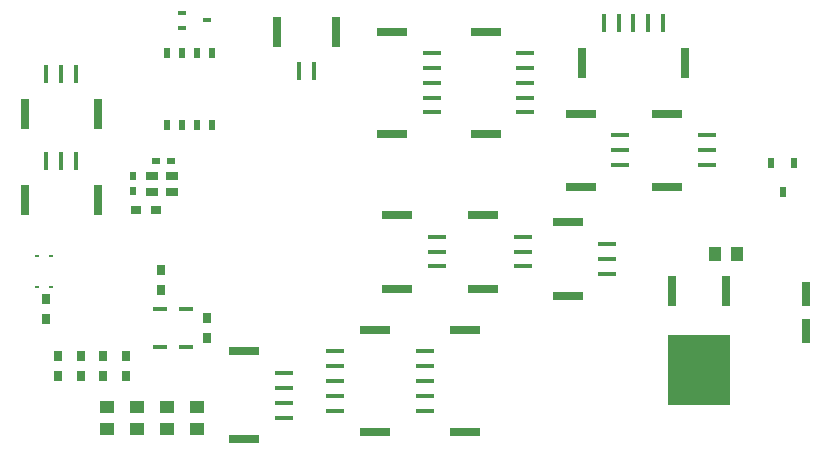
<source format=gbr>
G04 DipTrace 3.2.0.0*
G04 Science_board_v2_TopPaste.gbr*
%MOMM*%
G04 #@! TF.FileFunction,Paste,Top*
G04 #@! TF.Part,Single*
%ADD57R,1.0X0.8*%
%ADD59R,5.35X5.95*%
%ADD61R,0.8X2.55*%
%ADD63R,0.562X0.943*%
%ADD65R,0.1X1.0*%
%ADD67R,1.0X0.1*%
%ADD69R,1.3X0.35*%
%ADD71R,0.37X0.28*%
%ADD73R,0.6X0.85*%
%ADD75R,1.5X0.4*%
%ADD77R,2.6X0.8*%
%ADD79R,0.4X1.5*%
%ADD81R,0.8X2.6*%
%ADD87R,1.1X1.3*%
%ADD89R,1.3X1.1*%
%ADD91R,0.65X0.3*%
%ADD93R,0.8X2.0*%
%ADD95R,0.7X0.5*%
%ADD97R,0.5X0.7*%
%ADD99R,0.9X0.8*%
%ADD101R,0.8X0.9*%
%FSLAX35Y35*%
G04*
G71*
G90*
G75*
G01*
G04 TopPaste*
%LPD*%
D97*
X1258500Y2521713D3*
Y2391713D3*
D95*
X1449000Y2645713D3*
X1579000D3*
D101*
X520110Y1309180D3*
Y1479180D3*
D93*
X6953250Y1524000D3*
Y1204000D3*
D91*
X1671250Y3902000D3*
Y3771987D3*
X1881250Y3836993D3*
D89*
X1290250Y568250D3*
Y378250D3*
X1544250Y568250D3*
Y378250D3*
X1798250Y568250D3*
Y378250D3*
X1036250Y568250D3*
Y378250D3*
D87*
X6184090Y1861917D3*
X6374090D3*
D81*
X337750Y2314500D3*
X962750D3*
D79*
X522750Y2649500D3*
X647750D3*
X772750D3*
D81*
X337750Y3044750D3*
X962750D3*
D79*
X522750Y3379750D3*
X647750D3*
X772750D3*
D81*
X2973000Y3743250D3*
X2473000D3*
D79*
X2788000Y3408250D3*
X2663000D3*
D77*
X3449250Y3743250D3*
Y2873250D3*
D75*
X3784250Y3433250D3*
Y3308250D3*
Y3558250D3*
Y3183250D3*
Y3058250D3*
D77*
X4243000Y3743250D3*
Y2873250D3*
D75*
X4578000Y3433250D3*
Y3308250D3*
Y3558250D3*
Y3183250D3*
Y3058250D3*
D77*
X5778500Y3048000D3*
Y2423000D3*
D75*
X6113500Y2863000D3*
Y2738000D3*
Y2613000D3*
D77*
X5048250Y3048000D3*
Y2423000D3*
D75*
X5383250Y2863000D3*
Y2738000D3*
Y2613000D3*
D81*
X5058290Y3476813D3*
X5928290D3*
D79*
X5368290Y3811813D3*
X5493290D3*
X5243290D3*
X5618290D3*
X5743290D3*
D77*
X3302000Y349250D3*
Y1219250D3*
D75*
X2967000Y534250D3*
Y659250D3*
Y784250D3*
Y534250D3*
Y909250D3*
Y1034250D3*
D77*
X4064000Y349250D3*
Y1219250D3*
D75*
X3729000Y534250D3*
Y659250D3*
Y784250D3*
Y534250D3*
Y909250D3*
Y1034250D3*
D77*
X4936337Y2127250D3*
Y1502250D3*
D75*
X5271337Y1942250D3*
Y1817250D3*
Y1692250D3*
Y1942250D3*
D77*
X4222173Y2190750D3*
Y1565750D3*
D75*
X4557173Y2005750D3*
Y1880750D3*
Y1755750D3*
Y2005750D3*
D77*
X2200067Y1034620D3*
Y289620D3*
D75*
X2535067Y724620D3*
Y599620D3*
Y849620D3*
Y474620D3*
D77*
X3493680Y2190750D3*
Y1565750D3*
D75*
X3828680Y2005750D3*
Y1880750D3*
Y1755750D3*
Y2005750D3*
D73*
X6850750Y2628500D3*
X6660750D3*
X6755750Y2388500D3*
D99*
X1454517Y2232963D3*
X1284517D3*
D101*
X1195000Y822840D3*
Y992840D3*
X1004500Y822840D3*
Y992840D3*
X814000Y822840D3*
Y992840D3*
X623500Y822840D3*
Y992840D3*
X1492250Y1555750D3*
Y1725750D3*
X1883250Y1320000D3*
Y1150000D3*
D71*
X444000Y1846250D3*
Y1584250D3*
X560000Y1846250D3*
Y1584250D3*
D69*
X1480750Y1393750D3*
Y1068750D3*
X1703000Y1393750D3*
Y1068750D3*
D67*
X1830000Y2441500D3*
Y2391500D3*
Y2341500D3*
Y2291500D3*
Y2241500D3*
Y2191500D3*
Y2141500D3*
Y2091500D3*
Y2041500D3*
Y1991500D3*
Y1941500D3*
Y1891500D3*
Y1841500D3*
Y1791500D3*
Y1741500D3*
Y1691500D3*
D65*
X2030000Y1491500D3*
X2080000D3*
X2130000D3*
X2180000D3*
X2230000D3*
X2280000D3*
X2330000D3*
X2380000D3*
X2430000D3*
X2480000D3*
X2530000D3*
X2580000D3*
X2630000D3*
X2680000D3*
X2730000D3*
X2780000D3*
D67*
X2980000Y1691500D3*
Y1741500D3*
Y1791500D3*
Y1841500D3*
Y1891500D3*
Y1941500D3*
Y1991500D3*
Y2041500D3*
Y2091500D3*
Y2141500D3*
Y2191500D3*
Y2241500D3*
Y2291500D3*
Y2341500D3*
Y2391500D3*
Y2441500D3*
D65*
X2780000Y2641500D3*
X2730000D3*
X2680000D3*
X2630000D3*
X2580000D3*
X2530000D3*
X2480000D3*
X2430000D3*
X2380000D3*
X2330000D3*
X2280000D3*
X2230000D3*
X2180000D3*
X2130000D3*
X2080000D3*
X2030000D3*
D63*
X1544250Y2949500D3*
X1671250D3*
X1798250D3*
X1925250D3*
Y3560367D3*
X1798250D3*
X1671250D3*
X1544250D3*
D61*
X6274667Y1548370D3*
X5818667D3*
D59*
X6046667Y878370D3*
D57*
X1417250Y2518713D3*
Y2388713D3*
X1587250Y2518713D3*
Y2388713D3*
M02*

</source>
